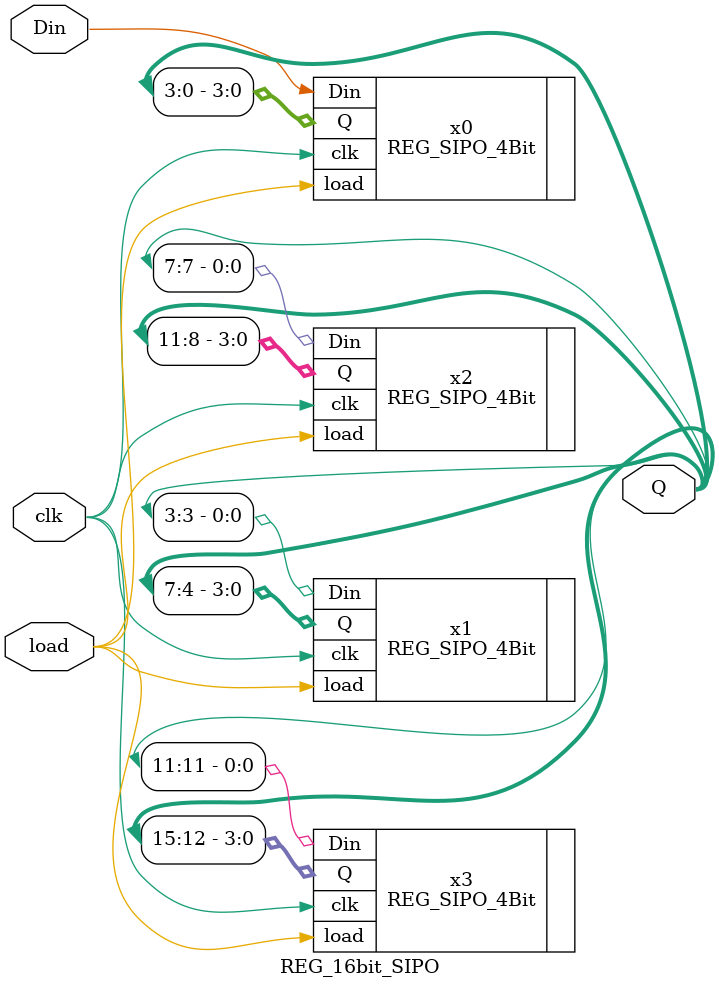
<source format=v>
`timescale 1ns / 1ps


module REG_16bit_SIPO( 
    input Din,clk,load,
    output [15:0] Q
        );
        
        REG_SIPO_4Bit x0(.Din(Din),.clk(clk),.load(load),.Q(Q[3:0]));
        REG_SIPO_4Bit x1(.Din(Q[3]),.clk(clk),.load(load),.Q(Q[7:4]));
        REG_SIPO_4Bit x2(.Din(Q[7]),.clk(clk),.load(load),.Q(Q[11:8]));
        REG_SIPO_4Bit x3(.Din(Q[11]),.clk(clk),.load(load),.Q(Q[15:12]));
       
endmodule

</source>
